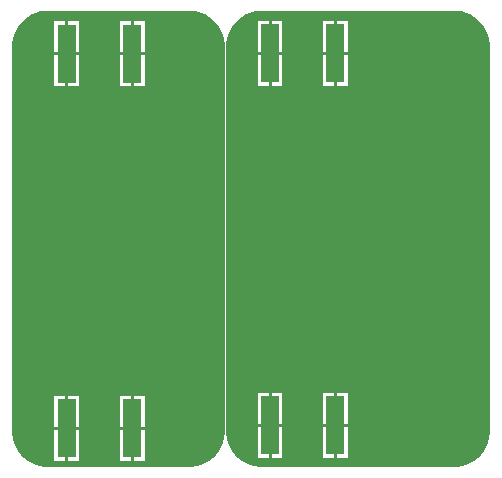
<source format=gbr>
%TF.GenerationSoftware,Altium Limited,Altium Designer,20.0.10 (225)*%
G04 Layer_Physical_Order=2*
G04 Layer_Color=16711680*
%FSLAX26Y26*%
%MOIN*%
%TF.FileFunction,Copper,L2,Bot,Signal*%
%TF.Part,CustomerPanel*%
G01*
G75*
%TA.AperFunction,SMDPad,CuDef*%
%ADD11R,0.062992X0.196850*%
%TA.AperFunction,ViaPad*%
%ADD16C,0.050000*%
G36*
X3834981Y4732270D02*
X3849937Y4728263D01*
X3864241Y4722338D01*
X3877649Y4714597D01*
X3889932Y4705172D01*
X3900880Y4694224D01*
X3910306Y4681940D01*
X3918047Y4668532D01*
X3923972Y4654228D01*
X3927979Y4639273D01*
X3930000Y4623922D01*
Y4616181D01*
X3930000D01*
X3930000Y3333110D01*
X3930000Y3325369D01*
X3927979Y3310019D01*
X3923972Y3295063D01*
X3918047Y3280759D01*
X3910306Y3267351D01*
X3900880Y3255068D01*
X3889932Y3244120D01*
X3877649Y3234694D01*
X3864241Y3226953D01*
X3849937Y3221028D01*
X3834981Y3217021D01*
X3819631Y3215000D01*
X3160369D01*
X3145019Y3217021D01*
X3130064Y3221028D01*
X3115759Y3226953D01*
X3102351Y3234694D01*
X3090068Y3244120D01*
X3079120Y3255068D01*
X3069695Y3267351D01*
X3061953Y3280759D01*
X3056028Y3295063D01*
X3052021Y3310019D01*
X3050000Y3325369D01*
Y3333110D01*
X3050000D01*
X3050000Y4616181D01*
X3050000Y4623922D01*
X3052021Y4639273D01*
X3056028Y4654228D01*
X3061953Y4668532D01*
X3069694Y4681940D01*
X3079120Y4694224D01*
X3090068Y4705172D01*
X3102351Y4714597D01*
X3115759Y4722338D01*
X3130063Y4728263D01*
X3145019Y4732270D01*
X3160369Y4734291D01*
X3819631D01*
X3834981Y4732270D01*
D02*
G37*
G36*
X2949981D02*
X2964937Y4728263D01*
X2979241Y4722338D01*
X2992649Y4714597D01*
X3004932Y4705172D01*
X3015880Y4694224D01*
X3025306Y4681940D01*
X3033047Y4668532D01*
X3038972Y4654228D01*
X3042979Y4639273D01*
X3045000Y4623922D01*
Y4616181D01*
Y3333110D01*
Y3325369D01*
X3042979Y3310019D01*
X3038972Y3295063D01*
X3033047Y3280759D01*
X3025306Y3267351D01*
X3015880Y3255068D01*
X3004932Y3244120D01*
X2992649Y3234694D01*
X2979241Y3226953D01*
X2964937Y3221028D01*
X2949981Y3217021D01*
X2934631Y3215000D01*
X2446708D01*
X2431357Y3217021D01*
X2416402Y3221028D01*
X2402098Y3226953D01*
X2388690Y3234694D01*
X2376406Y3244120D01*
X2365459Y3255068D01*
X2356033Y3267351D01*
X2348292Y3280759D01*
X2342367Y3295063D01*
X2338360Y3310019D01*
X2336339Y3325369D01*
Y3333110D01*
Y4616181D01*
Y4623922D01*
X2338360Y4639273D01*
X2342367Y4654228D01*
X2348292Y4668532D01*
X2356033Y4681940D01*
X2365459Y4694224D01*
X2376406Y4705172D01*
X2388690Y4714597D01*
X2402098Y4722338D01*
X2416402Y4728263D01*
X2431357Y4732270D01*
X2446708Y4734291D01*
X2934631D01*
X2949981Y4732270D01*
D02*
G37*
%LPC*%
G36*
X3456201Y4700984D02*
X3419705D01*
Y4597559D01*
X3456201D01*
Y4700984D01*
D02*
G37*
G36*
X3409705D02*
X3373209D01*
Y4597559D01*
X3409705D01*
Y4700984D01*
D02*
G37*
G36*
X3238091D02*
X3201595D01*
Y4597559D01*
X3238091D01*
Y4700984D01*
D02*
G37*
G36*
X3191595D02*
X3155099D01*
Y4597559D01*
X3191595D01*
Y4700984D01*
D02*
G37*
G36*
X3456201Y4587559D02*
X3419705D01*
Y4484134D01*
X3456201D01*
Y4587559D01*
D02*
G37*
G36*
X3409705D02*
X3373209D01*
Y4484134D01*
X3409705D01*
Y4587559D01*
D02*
G37*
G36*
X3238091D02*
X3201595D01*
Y4484134D01*
X3238091D01*
Y4587559D01*
D02*
G37*
G36*
X3191595D02*
X3155099D01*
Y4484134D01*
X3191595D01*
Y4587559D01*
D02*
G37*
G36*
X3456201Y3461614D02*
X3419705D01*
Y3358189D01*
X3456201D01*
Y3461614D01*
D02*
G37*
G36*
X3238091D02*
X3201594D01*
Y3358189D01*
X3238091D01*
Y3461614D01*
D02*
G37*
G36*
X3191594D02*
X3155099D01*
Y3358189D01*
X3191594D01*
Y3461614D01*
D02*
G37*
G36*
X3409705D02*
X3373209D01*
Y3358189D01*
X3409705D01*
Y3461614D01*
D02*
G37*
G36*
X3456201Y3348189D02*
X3419705D01*
Y3244764D01*
X3456201D01*
Y3348189D01*
D02*
G37*
G36*
X3409705D02*
X3373209D01*
Y3244764D01*
X3409705D01*
Y3348189D01*
D02*
G37*
G36*
X3238091D02*
X3201594D01*
Y3244764D01*
X3238091D01*
Y3348189D01*
D02*
G37*
G36*
X3191594D02*
X3155099D01*
Y3244764D01*
X3191594D01*
Y3348189D01*
D02*
G37*
G36*
X2778445Y4699016D02*
X2741949D01*
Y4595591D01*
X2778445D01*
Y4699016D01*
D02*
G37*
G36*
X2731949D02*
X2695453D01*
Y4595591D01*
X2731949D01*
Y4699016D01*
D02*
G37*
G36*
X2560335D02*
X2523839D01*
Y4595591D01*
X2560335D01*
Y4699016D01*
D02*
G37*
G36*
X2513839D02*
X2477343D01*
Y4595591D01*
X2513839D01*
Y4699016D01*
D02*
G37*
G36*
X2778445Y4585591D02*
X2741949D01*
Y4482165D01*
X2778445D01*
Y4585591D01*
D02*
G37*
G36*
X2731949D02*
X2695453D01*
Y4482165D01*
X2731949D01*
Y4585591D01*
D02*
G37*
G36*
X2560335D02*
X2523839D01*
Y4482165D01*
X2560335D01*
Y4585591D01*
D02*
G37*
G36*
X2513839D02*
X2477343D01*
Y4482165D01*
X2513839D01*
Y4585591D01*
D02*
G37*
G36*
X2778445Y3451772D02*
X2741949D01*
Y3348347D01*
X2778445D01*
Y3451772D01*
D02*
G37*
G36*
X2560335D02*
X2523838D01*
Y3348347D01*
X2560335D01*
Y3451772D01*
D02*
G37*
G36*
X2513838D02*
X2477343D01*
Y3348347D01*
X2513838D01*
Y3451772D01*
D02*
G37*
G36*
X2731949D02*
X2695453D01*
Y3348347D01*
X2731949D01*
Y3451772D01*
D02*
G37*
G36*
X2778445Y3338347D02*
X2741949D01*
Y3234921D01*
X2778445D01*
Y3338347D01*
D02*
G37*
G36*
X2731949D02*
X2695453D01*
Y3234921D01*
X2731949D01*
Y3338347D01*
D02*
G37*
G36*
X2560335D02*
X2523838D01*
Y3234921D01*
X2560335D01*
Y3338347D01*
D02*
G37*
G36*
X2513838D02*
X2477343D01*
Y3234921D01*
X2513838D01*
Y3338347D01*
D02*
G37*
%LPD*%
D11*
X3414705Y3353189D02*
D03*
X3196595D02*
D03*
X3414705Y4592559D02*
D03*
X3196595D02*
D03*
X2736949Y4590591D02*
D03*
X2518839D02*
D03*
Y3343347D02*
D03*
X2736949D02*
D03*
D16*
X3400000Y4444016D02*
D03*
X3405000Y4389016D02*
D03*
X3215000Y4414016D02*
D03*
X3221374Y4193958D02*
D03*
X3221390Y4273486D02*
D03*
X3215000Y4339016D02*
D03*
X3405000Y4329016D02*
D03*
X3437563Y4112756D02*
D03*
X3680000Y4434016D02*
D03*
X3665000Y4104016D02*
D03*
X3221083Y3960108D02*
D03*
X3585000Y4104016D02*
D03*
X3515000D02*
D03*
X3217382Y3565090D02*
D03*
X3405000Y3504016D02*
D03*
X3100000Y3384016D02*
D03*
X3105000Y3454016D02*
D03*
X3594022Y3706207D02*
D03*
X3514494D02*
D03*
X3530069Y3530085D02*
D03*
X3609593Y3529304D02*
D03*
X3689120D02*
D03*
X3670000Y3714016D02*
D03*
X3655000Y4294016D02*
D03*
X3595000D02*
D03*
X3530672Y4294282D02*
D03*
X3720000Y4294016D02*
D03*
X3454254Y4298192D02*
D03*
X3221260Y4114431D02*
D03*
X3220781Y4034905D02*
D03*
X3221796Y3882434D02*
D03*
X3229057Y3803238D02*
D03*
X3220781Y3724142D02*
D03*
X3221390Y3644617D02*
D03*
X3200000Y3499016D02*
D03*
X3465000Y3524016D02*
D03*
X3450000Y3709016D02*
D03*
X3397684Y3743961D02*
D03*
X3397417Y3823488D02*
D03*
X3416787Y3900646D02*
D03*
X3419192Y3985761D02*
D03*
X3422292Y4060979D02*
D03*
X2820551Y4528543D02*
D03*
X2445551Y4598543D02*
D03*
X2520551Y4438543D02*
D03*
X2490551Y3493543D02*
D03*
X2741457Y3478627D02*
D03*
X2850551Y4243543D02*
D03*
X2825551Y4473543D02*
D03*
X2835004Y3454902D02*
D03*
X2868747Y3655792D02*
D03*
X2545704Y4072899D02*
D03*
X2542100Y3993454D02*
D03*
Y3913926D02*
D03*
X2542177Y3834398D02*
D03*
X2556171Y3756112D02*
D03*
X2735551Y3828543D02*
D03*
X2730551Y3908543D02*
D03*
X2718542Y3989039D02*
D03*
X2712878Y4068365D02*
D03*
X2717140Y4147778D02*
D03*
X2542100Y3696453D02*
D03*
X2542709Y3616928D02*
D03*
X2539520Y3537464D02*
D03*
X2719457Y3659052D02*
D03*
X2714348Y3738415D02*
D03*
X2539520Y4367766D02*
D03*
X2542709Y4288302D02*
D03*
X2542100Y4208777D02*
D03*
X2719003Y4208892D02*
D03*
X2960551Y3268543D02*
D03*
X2780551Y4248543D02*
D03*
%TF.MD5,77ecbb4acbe9aea47bf9a8b43e6ac369*%
M02*

</source>
